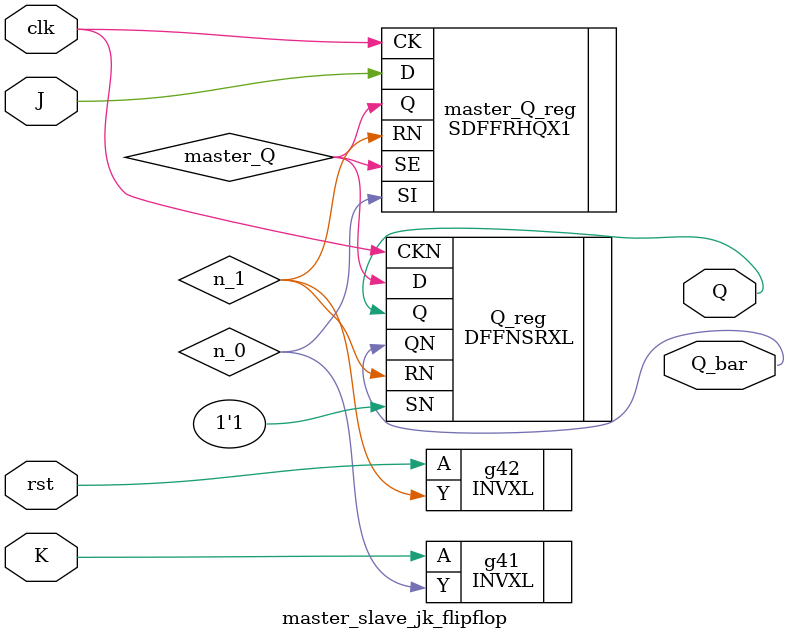
<source format=v>


// Verification Directory fv/master_slave_jk_flipflop 

module master_slave_jk_flipflop(J, K, clk, rst, Q, Q_bar);
  input J, K, clk, rst;
  output Q, Q_bar;
  wire J, K, clk, rst;
  wire Q, Q_bar;
  wire master_Q, n_0, n_1;
  SDFFRHQX1 master_Q_reg(.RN (n_1), .CK (clk), .D (J), .SI (n_0), .SE
       (master_Q), .Q (master_Q));
  DFFNSRXL Q_reg(.RN (n_1), .SN (1'b1), .CKN (clk), .D (master_Q), .Q
       (Q), .QN (Q_bar));
  INVXL g42(.A (rst), .Y (n_1));
  INVXL g41(.A (K), .Y (n_0));
endmodule


</source>
